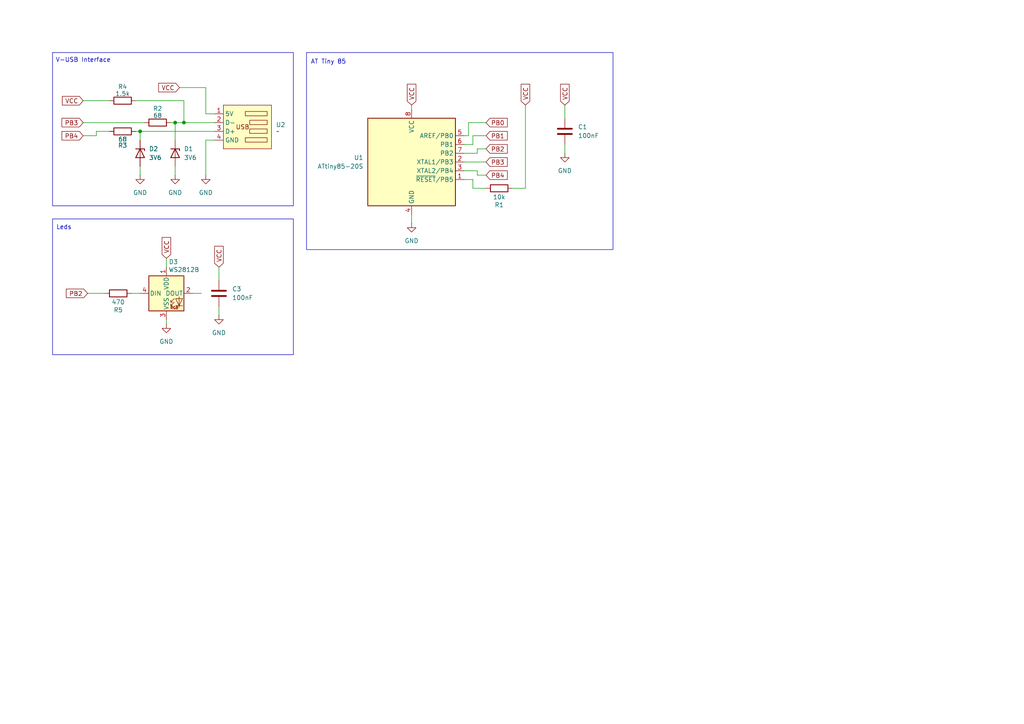
<source format=kicad_sch>
(kicad_sch (version 20250114) (generator "eeschema") (generator_version "9.0")
  (paper "A4")
  (lib_symbols
    (symbol "Device:C" (pin_numbers (hide yes)) (pin_names (offset 0.254))
      (property "Reference" "C" (at 0.635 2.54 0))
      (property "Value" "C" (at 0.635 -2.54 0))
      (symbol "C_0_1"
        (polyline (pts (xy -2.032 0.762) (xy 2.032 0.762)) (stroke (width 0.508)))
        (polyline (pts (xy -2.032 -0.762) (xy 2.032 -0.762)) (stroke (width 0.508)))
      )
      (symbol "C_1_1"
        (pin passive line (at 0 3.81 270) (length 2.794) (name "~") (number "1"))
        (pin passive line (at 0 -3.81 90) (length 2.794) (name "~") (number "2"))
      )
    )
    (symbol "Device:D_Zener" (pin_numbers (hide yes)) (pin_names (offset 1.016) (hide yes))
      (property "Reference" "D" (at 0 2.54 0))
      (property "Value" "D_Zener" (at 0 -2.54 0))
      (symbol "D_Zener_0_1"
        (polyline (pts (xy -1.27 -1.27) (xy -1.27 1.27) (xy -0.762 1.27)) (stroke (width 0.254)))
        (polyline (pts (xy 1.27 0) (xy -1.27 0)))
        (polyline (pts (xy 1.27 -1.27) (xy 1.27 1.27) (xy -1.27 0) (xy 1.27 -1.27)) (stroke (width 0.254)))
      )
      (symbol "D_Zener_1_1"
        (pin passive line (at -3.81 0 0) (length 2.54) (name "K") (number "1"))
        (pin passive line (at 3.81 0 180) (length 2.54) (name "A") (number "2"))
      )
    )
    (symbol "Device:R" (pin_numbers (hide yes)) (pin_names (offset 0))
      (property "Reference" "R" (at 2.032 0 90))
      (property "Value" "R" (at 0 0 90))
      (symbol "R_0_1"
        (rectangle (start -1.016 -2.54) (end 1.016 2.54) (stroke (width 0.254)))
      )
      (symbol "R_1_1"
        (pin passive line (at 0 3.81 270) (length 1.27) (name "~") (number "1"))
        (pin passive line (at 0 -3.81 90) (length 1.27) (name "~") (number "2"))
      )
    )
    (symbol "LED:WS2812B" (pin_names (offset 0.254))
      (property "Reference" "D" (at 5.08 5.715 0))
      (property "Value" "WS2812B" (at 1.27 -5.715 0))
      (symbol "WS2812B_0_0"
        (text "RGB" (at 2.286 -4.191 0) (effects (font (size 0.762 0.762))))
      )
      (symbol "WS2812B_0_1"
        (polyline (pts (xy 1.27 -2.54) (xy 1.778 -2.54)))
        (polyline (pts (xy 1.27 -3.556) (xy 1.778 -3.556)))
        (polyline (pts (xy 2.286 -1.524) (xy 1.27 -2.54) (xy 1.27 -2.032)))
        (polyline (pts (xy 2.286 -2.54) (xy 1.27 -3.556) (xy 1.27 -3.048)))
        (polyline (pts (xy 3.683 -1.016) (xy 3.683 -3.556) (xy 3.683 -4.064)))
        (polyline (pts (xy 4.699 -1.524) (xy 2.667 -1.524) (xy 3.683 -3.556) (xy 4.699 -1.524)))
        (polyline (pts (xy 4.699 -3.556) (xy 2.667 -3.556)))
        (rectangle (start 5.08 5.08) (end -5.08 -5.08) (stroke (width 0.254)) (fill (type background)))
      )
      (symbol "WS2812B_1_1"
        (pin input line (at -7.62 0 0) (length 2.54) (name "DIN") (number "4"))
        (pin power_in line (at 0 7.62 270) (length 2.54) (name "VDD") (number "1"))
        (pin power_in line (at 0 -7.62 90) (length 2.54) (name "VSS") (number "3"))
        (pin output line (at 7.62 0 180) (length 2.54) (name "DOUT") (number "2"))
      )
    )
    (symbol "MCU_Microchip_ATtiny:ATtiny85-20S"
      (property "Reference" "U" (at -12.7 13.97 0))
      (property "Value" "ATtiny85-20S" (at 2.54 -13.97 0))
      (symbol "ATtiny85-20S_0_1"
        (rectangle (start -12.7 -12.7) (end 12.7 12.7) (stroke (width 0.254)) (fill (type background)))
      )
      (symbol "ATtiny85-20S_1_1"
        (pin power_in line (at 0 15.24 270) (length 2.54) (name "VCC") (number "8"))
        (pin power_in line (at 0 -15.24 90) (length 2.54) (name "GND") (number "4"))
        (pin bidirectional line (at 15.24 7.62 180) (length 2.54) (name "AREF/PB0") (number "5"))
        (pin bidirectional line (at 15.24 5.08 180) (length 2.54) (name "PB1") (number "6"))
        (pin bidirectional line (at 15.24 2.54 180) (length 2.54) (name "PB2") (number "7"))
        (pin bidirectional line (at 15.24 0 180) (length 2.54) (name "XTAL1/PB3") (number "2"))
        (pin bidirectional line (at 15.24 -2.54 180) (length 2.54) (name "XTAL2/PB4") (number "3"))
        (pin bidirectional line (at 15.24 -5.08 180) (length 2.54) (name "~{RESET}/PB5") (number "1"))
      )
    )
    (symbol "arthur:PCB_USB_typeA_Male"
      (property "Reference" "U" (at 3.048 -2.54 0))
      (symbol "PCB_USB_typeA_Male_1_1"
        (rectangle (start 2.54 11.43) (end 16.51 -1.27) (fill (type background)))
        (rectangle (start 8.9129 9.5817) (end 15.2629 8.3117))
        (rectangle (start 8.9129 1.9617) (end 15.2629 0.6917))
        (rectangle (start 10.1829 7.0417) (end 15.2629 5.7717))
        (rectangle (start 10.1829 4.5017) (end 15.2629 3.2317))
        (text "USB" (at 8.128 5.08 0) (effects (font (size 1.27 1.27))))
        (pin power_in line (at 0 8.89 0) (length 2.54) (name "5V") (number "1"))
        (pin bidirectional line (at 0 6.35 0) (length 2.54) (name "D-") (number "2"))
        (pin bidirectional line (at 0 3.81 0) (length 2.54) (name "D+") (number "3"))
        (pin power_in line (at 0 1.27 0) (length 2.54) (name "GND") (number "4"))
      )
    )
    (symbol "power:GND" (power) (pin_numbers (hide yes)) (pin_names (offset 0) (hide yes))
      (property "Value" "GND" (at 0 -3.81 0))
      (symbol "GND_0_1"
        (polyline (pts (xy 0 0) (xy 0 -1.27) (xy 1.27 -1.27) (xy 0 -2.54) (xy -1.27 -1.27) (xy 0 -1.27)))
      )
      (symbol "GND_1_1"
        (pin power_in line (at 0 0 270) (length 0) (name "~") (number "1"))
      )
    )
  )
  (rectangle (start 88.9 15.24) (end 177.8 72.39))
  (rectangle (start 15.24 63.5) (end 85.09 102.87))
  (rectangle (start 15.24 15.24) (end 85.09 59.69))
  (text "V-USB Interface" (at 24.13 17.526 0) (effects (font (size 1.27 1.27))))
  (text "Leds" (at 18.542 66.04 0) (effects (font (size 1.27 1.27))))
  (text "AT Tiny 85" (at 95.25 18.034 0) (effects (font (size 1.27 1.27))))
  (junction (at 50.8 35.56))
  (junction (at 40.64 38.1))
  (junction (at 53.34 35.56))
  (wire (pts (xy 50.8 35.56) (xy 53.34 35.56)))
  (wire (pts (xy 24.13 29.21) (xy 31.75 29.21)))
  (wire (pts (xy 59.69 40.64) (xy 59.69 50.8)))
  (wire (pts (xy 48.26 74.93) (xy 48.26 77.47)))
  (wire (pts (xy 38.1 85.09) (xy 40.64 85.09)))
  (wire (pts (xy 138.43 49.53) (xy 134.62 49.53)))
  (wire (pts (xy 59.69 33.02) (xy 62.23 33.02)))
  (wire (pts (xy 24.13 35.56) (xy 41.91 35.56)))
  (wire (pts (xy 50.8 48.26) (xy 50.8 50.8)))
  (wire (pts (xy 138.43 43.18) (xy 140.97 43.18)))
  (wire (pts (xy 63.5 77.47) (xy 63.5 81.28)))
  (wire (pts (xy 49.53 35.56) (xy 50.8 35.56)))
  (wire (pts (xy 152.4 30.48) (xy 152.4 54.61)))
  (wire (pts (xy 48.26 93.98) (xy 48.26 92.71)))
  (wire (pts (xy 119.38 30.48) (xy 119.38 31.75)))
  (wire (pts (xy 138.43 50.8) (xy 138.43 49.53)))
  (wire (pts (xy 163.83 30.48) (xy 163.83 34.29)))
  (wire (pts (xy 59.69 25.4) (xy 59.69 33.02)))
  (wire (pts (xy 52.07 25.4) (xy 59.69 25.4)))
  (wire (pts (xy 163.83 41.91) (xy 163.83 44.45)))
  (wire (pts (xy 39.37 29.21) (xy 53.34 29.21)))
  (wire (pts (xy 27.94 39.37) (xy 27.94 38.1)))
  (wire (pts (xy 138.43 43.18) (xy 138.43 44.45)))
  (wire (pts (xy 55.88 85.09) (xy 58.42 85.09)))
  (wire (pts (xy 27.94 38.1) (xy 31.75 38.1)))
  (wire (pts (xy 135.89 39.37) (xy 134.62 39.37)))
  (wire (pts (xy 138.43 44.45) (xy 134.62 44.45)))
  (wire (pts (xy 40.64 38.1) (xy 40.64 40.64)))
  (wire (pts (xy 137.16 52.07) (xy 137.16 54.61)))
  (wire (pts (xy 39.37 38.1) (xy 40.64 38.1)))
  (wire (pts (xy 134.62 46.99) (xy 140.97 46.99)))
  (wire (pts (xy 137.16 41.91) (xy 134.62 41.91)))
  (wire (pts (xy 53.34 35.56) (xy 62.23 35.56)))
  (wire (pts (xy 25.4 85.09) (xy 30.48 85.09)))
  (wire (pts (xy 135.89 35.56) (xy 140.97 35.56)))
  (wire (pts (xy 63.5 88.9) (xy 63.5 91.44)))
  (wire (pts (xy 24.13 39.37) (xy 27.94 39.37)))
  (wire (pts (xy 53.34 29.21) (xy 53.34 35.56)))
  (wire (pts (xy 137.16 52.07) (xy 134.62 52.07)))
  (wire (pts (xy 138.43 50.8) (xy 140.97 50.8)))
  (wire (pts (xy 135.89 35.56) (xy 135.89 39.37)))
  (wire (pts (xy 40.64 48.26) (xy 40.64 50.8)))
  (wire (pts (xy 152.4 54.61) (xy 148.59 54.61)))
  (wire (pts (xy 137.16 39.37) (xy 140.97 39.37)))
  (wire (pts (xy 62.23 40.64) (xy 59.69 40.64)))
  (wire (pts (xy 50.8 35.56) (xy 50.8 40.64)))
  (wire (pts (xy 137.16 54.61) (xy 140.97 54.61)))
  (wire (pts (xy 119.38 62.23) (xy 119.38 64.77)))
  (wire (pts (xy 40.64 38.1) (xy 62.23 38.1)))
  (wire (pts (xy 137.16 39.37) (xy 137.16 41.91)))
  (global_label "VCC" (shape input) (at 24.13 29.21 180) (property "Intersheetrefs" "${INTERSHEET_REFS}" (effects (hide yes))))
  (global_label "PB2" (shape input) (at 140.97 43.18 0) (property "Intersheetrefs" "${INTERSHEET_REFS}" (effects (hide yes))))
  (global_label "PB3" (shape input) (at 24.13 35.56 180) (property "Intersheetrefs" "${INTERSHEET_REFS}" (effects (hide yes))))
  (global_label "VCC" (shape input) (at 63.5 77.47 90) (property "Intersheetrefs" "${INTERSHEET_REFS}" (effects (hide yes))))
  (global_label "PB4" (shape input) (at 140.97 50.8 0) (property "Intersheetrefs" "${INTERSHEET_REFS}" (effects (hide yes))))
  (global_label "VCC" (shape input) (at 152.4 30.48 90) (property "Intersheetrefs" "${INTERSHEET_REFS}" (effects (hide yes))))
  (global_label "PB3" (shape input) (at 140.97 46.99 0) (property "Intersheetrefs" "${INTERSHEET_REFS}" (effects (hide yes))))
  (global_label "VCC" (shape input) (at 119.38 30.48 90) (property "Intersheetrefs" "${INTERSHEET_REFS}" (effects (hide yes))))
  (global_label "PB0" (shape input) (at 140.97 35.56 0) (property "Intersheetrefs" "${INTERSHEET_REFS}" (effects (hide yes))))
  (global_label "VCC" (shape input) (at 52.07 25.4 180) (property "Intersheetrefs" "${INTERSHEET_REFS}" (effects (hide yes))))
  (global_label "VCC" (shape input) (at 163.83 30.48 90) (property "Intersheetrefs" "${INTERSHEET_REFS}" (effects (hide yes))))
  (global_label "VCC" (shape input) (at 48.26 74.93 90) (property "Intersheetrefs" "${INTERSHEET_REFS}" (effects (hide yes))))
  (global_label "PB4" (shape input) (at 24.13 39.37 180) (property "Intersheetrefs" "${INTERSHEET_REFS}" (effects (hide yes))))
  (global_label "PB1" (shape input) (at 140.97 39.37 0) (property "Intersheetrefs" "${INTERSHEET_REFS}" (effects (hide yes))))
  (global_label "PB2" (shape input) (at 25.4 85.09 180) (property "Intersheetrefs" "${INTERSHEET_REFS}" (effects (hide yes))))
  (symbol (lib_id "power:GND") (at 48.26 93.98 0) (unit 1)
    (property "Reference" "#PWR08" (effects (hide yes)))
    (property "Value" "GND" (at 48.26 99.06 0))
    (property "Description" "Power symbol creates a global label with name \"GND\" , ground" (effects (hide yes)))
  )
  (symbol (lib_id "power:GND") (at 59.69 50.8 0) (unit 1)
    (property "Reference" "#PWR02" (effects (hide yes)))
    (property "Value" "GND" (at 59.69 55.88 0))
    (property "Description" "Power symbol creates a global label with name \"GND\" , ground" (effects (hide yes)))
  )
  (symbol (lib_id "Device:C") (at 163.83 38.1 0) (unit 1)
    (property "Reference" "C1" (at 167.64 36.8299 0) (effects (justify left)))
    (property "Value" "100nF" (at 167.64 39.3699 0) (effects (justify left)))
    (property "Footprint" "Capacitor_SMD:C_0603_1608Metric_Pad1.08x0.95mm_HandSolder" (effects (hide yes)))
    (property "Description" "Unpolarized capacitor" (effects (hide yes)))
    (property "LCSC" "C14663" (effects (hide yes)))
  )
  (symbol (lib_id "Device:R") (at 45.72 35.56 90) (unit 1)
    (property "Reference" "R2" (at 45.72 31.496 90))
    (property "Value" "68" (at 45.72 33.528 90))
    (property "Footprint" "Resistor_SMD:R_0603_1608Metric_Pad0.98x0.95mm_HandSolder" (effects (hide yes)))
    (property "Description" "Resistor" (effects (hide yes)))
    (property "LCSC" "C27592" (effects (hide yes)))
  )
  (symbol (lib_id "Device:R") (at 144.78 54.61 90) (unit 1)
    (property "Reference" "R1" (at 144.78 59.436 90))
    (property "Value" "10k" (at 144.78 57.15 90))
    (property "Footprint" "Resistor_SMD:R_0603_1608Metric_Pad0.98x0.95mm_HandSolder" (effects (hide yes)))
    (property "Description" "Resistor" (effects (hide yes)))
    (property "LCSC" "C25804" (effects (hide yes)))
  )
  (symbol (lib_id "arthur:PCB_USB_typeA_Male") (at 62.23 41.91 0) (unit 1)
    (property "Reference" "U2" (at 80.01 36.1949 0) (effects (justify left)))
    (property "Value" "~" (at 80.01 38.1 0) (effects (justify left)))
    (property "Footprint" "arthur:USB A Male PCB" (effects (hide yes)))
  )
  (symbol (lib_id "Device:D_Zener") (at 40.64 44.45 270) (unit 1)
    (property "Reference" "D2" (at 43.18 43.1799 90) (effects (justify left)))
    (property "Value" "3V6" (at 43.18 45.7199 90) (effects (justify left)))
    (property "Footprint" "Diode_SMD:D_SOD-123" (effects (hide yes)))
    (property "Description" "Zener diode" (effects (hide yes)))
    (property "LCSC" "C173412" (effects (hide yes)))
  )
  (symbol (lib_id "power:GND") (at 40.64 50.8 0) (unit 1)
    (property "Reference" "#PWR04" (effects (hide yes)))
    (property "Value" "GND" (at 40.64 55.88 0))
    (property "Description" "Power symbol creates a global label with name \"GND\" , ground" (effects (hide yes)))
  )
  (symbol (lib_id "power:GND") (at 63.5 91.44 0) (unit 1)
    (property "Reference" "#PWR07" (effects (hide yes)))
    (property "Value" "GND" (at 63.5 96.52 0))
    (property "Description" "Power symbol creates a global label with name \"GND\" , ground" (effects (hide yes)))
  )
  (symbol (lib_id "Device:R") (at 34.29 85.09 90) (unit 1)
    (property "Reference" "R5" (at 34.29 89.916 90))
    (property "Value" "470" (at 34.29 87.63 90))
    (property "Footprint" "Resistor_SMD:R_0603_1608Metric_Pad0.98x0.95mm_HandSolder" (effects (hide yes)))
    (property "Description" "Resistor" (effects (hide yes)))
    (property "LCSC" "C23179" (effects (hide yes)))
  )
  (symbol (lib_id "power:GND") (at 119.38 64.77 0) (unit 1)
    (property "Reference" "#PWR01" (effects (hide yes)))
    (property "Value" "GND" (at 119.38 69.85 0))
    (property "Description" "Power symbol creates a global label with name \"GND\" , ground" (effects (hide yes)))
  )
  (symbol (lib_id "Device:R") (at 35.56 29.21 90) (unit 1)
    (property "Reference" "R4" (at 35.56 25.146 90))
    (property "Value" "1.5k" (at 35.56 27.178 90))
    (property "Footprint" "Resistor_SMD:R_0603_1608Metric_Pad0.98x0.95mm_HandSolder" (effects (hide yes)))
    (property "Description" "Resistor" (effects (hide yes)))
    (property "LCSC" "C22843" (effects (hide yes)))
  )
  (symbol (lib_id "Device:C") (at 63.5 85.09 0) (unit 1)
    (property "Reference" "C3" (at 67.31 83.8199 0) (effects (justify left)))
    (property "Value" "100nF" (at 67.31 86.3599 0) (effects (justify left)))
    (property "Footprint" "Capacitor_SMD:C_0603_1608Metric_Pad1.08x0.95mm_HandSolder" (effects (hide yes)))
    (property "Description" "Unpolarized capacitor" (effects (hide yes)))
    (property "LCSC" "C14663" (effects (hide yes)))
  )
  (symbol (lib_id "Device:D_Zener") (at 50.8 44.45 270) (unit 1)
    (property "Reference" "D1" (at 53.34 43.1799 90) (effects (justify left)))
    (property "Value" "3V6" (at 53.34 45.7199 90) (effects (justify left)))
    (property "Footprint" "Diode_SMD:D_SOD-123" (effects (hide yes)))
    (property "Description" "Zener diode" (effects (hide yes)))
    (property "LCSC" "C173412" (effects (hide yes)))
  )
  (symbol (lib_id "MCU_Microchip_ATtiny:ATtiny85-20S") (at 119.38 46.99 0) (unit 1)
    (property "Reference" "U1" (at 105.41 45.7199 0) (effects (justify right)))
    (property "Value" "ATtiny85-20S" (at 105.41 48.2599 0) (effects (justify right)))
    (property "Footprint" "Package_SO:SOIC-8_5.3x5.3mm_P1.27mm" (effects (hide yes)))
    (property "Datasheet" "http://ww1.microchip.com/downloads/en/DeviceDoc/atmel-2586-avr-8-bit-microcontroller-attiny25-attiny45-attiny85_datasheet.pdf" (effects (hide yes)))
    (property "Description" "20MHz, 8kB Flash, 512B SRAM, 512B EEPROM, debugWIRE, SOIC-8" (effects (hide yes)))
    (property "LCSC" "C31540447" (effects (hide yes)))
  )
  (symbol (lib_id "Device:R") (at 35.56 38.1 90) (unit 1)
    (property "Reference" "R3" (at 35.56 42.164 90))
    (property "Value" "68" (at 35.56 40.386 90))
    (property "Footprint" "Resistor_SMD:R_0603_1608Metric_Pad0.98x0.95mm_HandSolder" (effects (hide yes)))
    (property "Description" "Resistor" (effects (hide yes)))
    (property "LCSC" "C27592" (effects (hide yes)))
  )
  (symbol (lib_id "power:GND") (at 163.83 44.45 0) (unit 1)
    (property "Reference" "#PWR05" (effects (hide yes)))
    (property "Value" "GND" (at 163.83 49.53 0))
    (property "Description" "Power symbol creates a global label with name \"GND\" , ground" (effects (hide yes)))
  )
  (symbol (lib_id "power:GND") (at 50.8 50.8 0) (unit 1)
    (property "Reference" "#PWR03" (effects (hide yes)))
    (property "Value" "GND" (at 50.8 55.88 0))
    (property "Description" "Power symbol creates a global label with name \"GND\" , ground" (effects (hide yes)))
  )
  (symbol (lib_id "LED:WS2812B") (at 48.26 85.09 0) (unit 1)
    (property "Reference" "D3" (at 50.292 75.946 0))
    (property "Value" "WS2812B" (at 53.34 78.232 0))
    (property "Footprint" "LED_SMD:LED_WS2812B_PLCC4_5.0x5.0mm_P3.2mm" (effects (hide yes)))
    (property "Datasheet" "https://cdn-shop.adafruit.com/datasheets/WS2812B.pdf" (effects (hide yes)))
    (property "Description" "RGB LED with integrated controller" (effects (hide yes)))
    (property "LCSC" "C2843785" (effects (hide yes)))
  )
)
</source>
